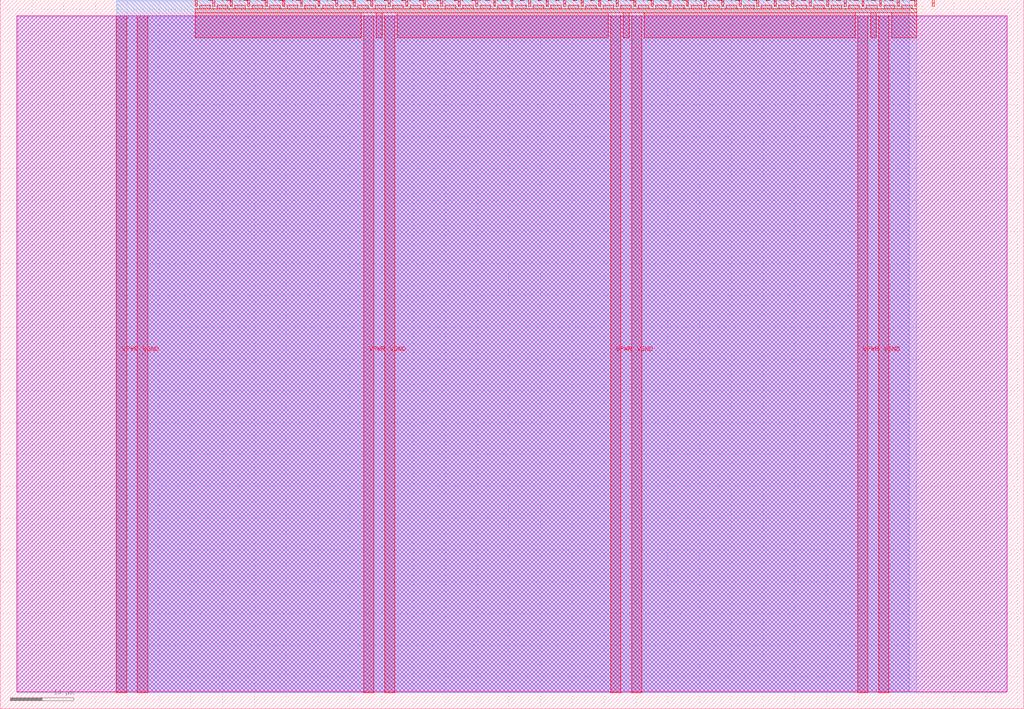
<source format=lef>
VERSION 5.7 ;
  NOWIREEXTENSIONATPIN ON ;
  DIVIDERCHAR "/" ;
  BUSBITCHARS "[]" ;
MACRO tt_um_wokwi_442977456053457921
  CLASS BLOCK ;
  FOREIGN tt_um_wokwi_442977456053457921 ;
  ORIGIN 0.000 0.000 ;
  SIZE 161.000 BY 111.520 ;
  PIN VGND
    DIRECTION INOUT ;
    USE GROUND ;
    PORT
      LAYER met4 ;
        RECT 21.580 2.480 23.180 109.040 ;
    END
    PORT
      LAYER met4 ;
        RECT 60.450 2.480 62.050 109.040 ;
    END
    PORT
      LAYER met4 ;
        RECT 99.320 2.480 100.920 109.040 ;
    END
    PORT
      LAYER met4 ;
        RECT 138.190 2.480 139.790 109.040 ;
    END
  END VGND
  PIN VPWR
    DIRECTION INOUT ;
    USE POWER ;
    PORT
      LAYER met4 ;
        RECT 18.280 2.480 19.880 109.040 ;
    END
    PORT
      LAYER met4 ;
        RECT 57.150 2.480 58.750 109.040 ;
    END
    PORT
      LAYER met4 ;
        RECT 96.020 2.480 97.620 109.040 ;
    END
    PORT
      LAYER met4 ;
        RECT 134.890 2.480 136.490 109.040 ;
    END
  END VPWR
  PIN clk
    DIRECTION INPUT ;
    USE SIGNAL ;
    ANTENNAGATEAREA 0.495000 ;
    PORT
      LAYER met4 ;
        RECT 143.830 110.520 144.130 111.520 ;
    END
  END clk
  PIN ena
    DIRECTION INPUT ;
    USE SIGNAL ;
    PORT
      LAYER met4 ;
        RECT 146.590 110.520 146.890 111.520 ;
    END
  END ena
  PIN rst_n
    DIRECTION INPUT ;
    USE SIGNAL ;
    ANTENNAGATEAREA 0.196500 ;
    PORT
      LAYER met4 ;
        RECT 141.070 110.520 141.370 111.520 ;
    END
  END rst_n
  PIN ui_in[0]
    DIRECTION INPUT ;
    USE SIGNAL ;
    ANTENNAGATEAREA 0.196500 ;
    PORT
      LAYER met4 ;
        RECT 138.310 110.520 138.610 111.520 ;
    END
  END ui_in[0]
  PIN ui_in[1]
    DIRECTION INPUT ;
    USE SIGNAL ;
    ANTENNAGATEAREA 0.196500 ;
    PORT
      LAYER met4 ;
        RECT 135.550 110.520 135.850 111.520 ;
    END
  END ui_in[1]
  PIN ui_in[2]
    DIRECTION INPUT ;
    USE SIGNAL ;
    ANTENNAGATEAREA 0.196500 ;
    PORT
      LAYER met4 ;
        RECT 132.790 110.520 133.090 111.520 ;
    END
  END ui_in[2]
  PIN ui_in[3]
    DIRECTION INPUT ;
    USE SIGNAL ;
    ANTENNAGATEAREA 0.196500 ;
    PORT
      LAYER met4 ;
        RECT 130.030 110.520 130.330 111.520 ;
    END
  END ui_in[3]
  PIN ui_in[4]
    DIRECTION INPUT ;
    USE SIGNAL ;
    ANTENNAGATEAREA 0.196500 ;
    PORT
      LAYER met4 ;
        RECT 127.270 110.520 127.570 111.520 ;
    END
  END ui_in[4]
  PIN ui_in[5]
    DIRECTION INPUT ;
    USE SIGNAL ;
    ANTENNAGATEAREA 0.196500 ;
    PORT
      LAYER met4 ;
        RECT 124.510 110.520 124.810 111.520 ;
    END
  END ui_in[5]
  PIN ui_in[6]
    DIRECTION INPUT ;
    USE SIGNAL ;
    ANTENNAGATEAREA 0.196500 ;
    PORT
      LAYER met4 ;
        RECT 121.750 110.520 122.050 111.520 ;
    END
  END ui_in[6]
  PIN ui_in[7]
    DIRECTION INPUT ;
    USE SIGNAL ;
    ANTENNAGATEAREA 0.196500 ;
    PORT
      LAYER met4 ;
        RECT 118.990 110.520 119.290 111.520 ;
    END
  END ui_in[7]
  PIN uio_in[0]
    DIRECTION INPUT ;
    USE SIGNAL ;
    PORT
      LAYER met4 ;
        RECT 116.230 110.520 116.530 111.520 ;
    END
  END uio_in[0]
  PIN uio_in[1]
    DIRECTION INPUT ;
    USE SIGNAL ;
    PORT
      LAYER met4 ;
        RECT 113.470 110.520 113.770 111.520 ;
    END
  END uio_in[1]
  PIN uio_in[2]
    DIRECTION INPUT ;
    USE SIGNAL ;
    PORT
      LAYER met4 ;
        RECT 110.710 110.520 111.010 111.520 ;
    END
  END uio_in[2]
  PIN uio_in[3]
    DIRECTION INPUT ;
    USE SIGNAL ;
    PORT
      LAYER met4 ;
        RECT 107.950 110.520 108.250 111.520 ;
    END
  END uio_in[3]
  PIN uio_in[4]
    DIRECTION INPUT ;
    USE SIGNAL ;
    PORT
      LAYER met4 ;
        RECT 105.190 110.520 105.490 111.520 ;
    END
  END uio_in[4]
  PIN uio_in[5]
    DIRECTION INPUT ;
    USE SIGNAL ;
    PORT
      LAYER met4 ;
        RECT 102.430 110.520 102.730 111.520 ;
    END
  END uio_in[5]
  PIN uio_in[6]
    DIRECTION INPUT ;
    USE SIGNAL ;
    PORT
      LAYER met4 ;
        RECT 99.670 110.520 99.970 111.520 ;
    END
  END uio_in[6]
  PIN uio_in[7]
    DIRECTION INPUT ;
    USE SIGNAL ;
    PORT
      LAYER met4 ;
        RECT 96.910 110.520 97.210 111.520 ;
    END
  END uio_in[7]
  PIN uio_oe[0]
    DIRECTION OUTPUT ;
    USE SIGNAL ;
    PORT
      LAYER met4 ;
        RECT 49.990 110.520 50.290 111.520 ;
    END
  END uio_oe[0]
  PIN uio_oe[1]
    DIRECTION OUTPUT ;
    USE SIGNAL ;
    PORT
      LAYER met4 ;
        RECT 47.230 110.520 47.530 111.520 ;
    END
  END uio_oe[1]
  PIN uio_oe[2]
    DIRECTION OUTPUT ;
    USE SIGNAL ;
    PORT
      LAYER met4 ;
        RECT 44.470 110.520 44.770 111.520 ;
    END
  END uio_oe[2]
  PIN uio_oe[3]
    DIRECTION OUTPUT ;
    USE SIGNAL ;
    PORT
      LAYER met4 ;
        RECT 41.710 110.520 42.010 111.520 ;
    END
  END uio_oe[3]
  PIN uio_oe[4]
    DIRECTION OUTPUT ;
    USE SIGNAL ;
    PORT
      LAYER met4 ;
        RECT 38.950 110.520 39.250 111.520 ;
    END
  END uio_oe[4]
  PIN uio_oe[5]
    DIRECTION OUTPUT ;
    USE SIGNAL ;
    PORT
      LAYER met4 ;
        RECT 36.190 110.520 36.490 111.520 ;
    END
  END uio_oe[5]
  PIN uio_oe[6]
    DIRECTION OUTPUT ;
    USE SIGNAL ;
    PORT
      LAYER met4 ;
        RECT 33.430 110.520 33.730 111.520 ;
    END
  END uio_oe[6]
  PIN uio_oe[7]
    DIRECTION OUTPUT ;
    USE SIGNAL ;
    PORT
      LAYER met4 ;
        RECT 30.670 110.520 30.970 111.520 ;
    END
  END uio_oe[7]
  PIN uio_out[0]
    DIRECTION OUTPUT ;
    USE SIGNAL ;
    PORT
      LAYER met4 ;
        RECT 72.070 110.520 72.370 111.520 ;
    END
  END uio_out[0]
  PIN uio_out[1]
    DIRECTION OUTPUT ;
    USE SIGNAL ;
    PORT
      LAYER met4 ;
        RECT 69.310 110.520 69.610 111.520 ;
    END
  END uio_out[1]
  PIN uio_out[2]
    DIRECTION OUTPUT ;
    USE SIGNAL ;
    PORT
      LAYER met4 ;
        RECT 66.550 110.520 66.850 111.520 ;
    END
  END uio_out[2]
  PIN uio_out[3]
    DIRECTION OUTPUT ;
    USE SIGNAL ;
    PORT
      LAYER met4 ;
        RECT 63.790 110.520 64.090 111.520 ;
    END
  END uio_out[3]
  PIN uio_out[4]
    DIRECTION OUTPUT ;
    USE SIGNAL ;
    PORT
      LAYER met4 ;
        RECT 61.030 110.520 61.330 111.520 ;
    END
  END uio_out[4]
  PIN uio_out[5]
    DIRECTION OUTPUT ;
    USE SIGNAL ;
    PORT
      LAYER met4 ;
        RECT 58.270 110.520 58.570 111.520 ;
    END
  END uio_out[5]
  PIN uio_out[6]
    DIRECTION OUTPUT ;
    USE SIGNAL ;
    PORT
      LAYER met4 ;
        RECT 55.510 110.520 55.810 111.520 ;
    END
  END uio_out[6]
  PIN uio_out[7]
    DIRECTION OUTPUT ;
    USE SIGNAL ;
    PORT
      LAYER met4 ;
        RECT 52.750 110.520 53.050 111.520 ;
    END
  END uio_out[7]
  PIN uo_out[0]
    DIRECTION OUTPUT ;
    USE SIGNAL ;
    ANTENNADIFFAREA 0.445500 ;
    PORT
      LAYER met4 ;
        RECT 94.150 110.520 94.450 111.520 ;
    END
  END uo_out[0]
  PIN uo_out[1]
    DIRECTION OUTPUT ;
    USE SIGNAL ;
    ANTENNADIFFAREA 0.445500 ;
    PORT
      LAYER met4 ;
        RECT 91.390 110.520 91.690 111.520 ;
    END
  END uo_out[1]
  PIN uo_out[2]
    DIRECTION OUTPUT ;
    USE SIGNAL ;
    ANTENNADIFFAREA 0.445500 ;
    PORT
      LAYER met4 ;
        RECT 88.630 110.520 88.930 111.520 ;
    END
  END uo_out[2]
  PIN uo_out[3]
    DIRECTION OUTPUT ;
    USE SIGNAL ;
    ANTENNADIFFAREA 0.445500 ;
    PORT
      LAYER met4 ;
        RECT 85.870 110.520 86.170 111.520 ;
    END
  END uo_out[3]
  PIN uo_out[4]
    DIRECTION OUTPUT ;
    USE SIGNAL ;
    ANTENNADIFFAREA 0.445500 ;
    PORT
      LAYER met4 ;
        RECT 83.110 110.520 83.410 111.520 ;
    END
  END uo_out[4]
  PIN uo_out[5]
    DIRECTION OUTPUT ;
    USE SIGNAL ;
    ANTENNADIFFAREA 0.445500 ;
    PORT
      LAYER met4 ;
        RECT 80.350 110.520 80.650 111.520 ;
    END
  END uo_out[5]
  PIN uo_out[6]
    DIRECTION OUTPUT ;
    USE SIGNAL ;
    ANTENNADIFFAREA 0.445500 ;
    PORT
      LAYER met4 ;
        RECT 77.590 110.520 77.890 111.520 ;
    END
  END uo_out[6]
  PIN uo_out[7]
    DIRECTION OUTPUT ;
    USE SIGNAL ;
    ANTENNADIFFAREA 0.445500 ;
    PORT
      LAYER met4 ;
        RECT 74.830 110.520 75.130 111.520 ;
    END
  END uo_out[7]
  OBS
      LAYER nwell ;
        RECT 2.570 2.635 158.430 108.990 ;
      LAYER li1 ;
        RECT 2.760 2.635 158.240 108.885 ;
      LAYER met1 ;
        RECT 2.760 2.480 158.240 109.040 ;
      LAYER met2 ;
        RECT 18.310 2.535 142.970 111.365 ;
      LAYER met3 ;
        RECT 18.290 2.555 144.170 111.345 ;
      LAYER met4 ;
        RECT 31.370 110.120 33.030 110.665 ;
        RECT 34.130 110.120 35.790 110.665 ;
        RECT 36.890 110.120 38.550 110.665 ;
        RECT 39.650 110.120 41.310 110.665 ;
        RECT 42.410 110.120 44.070 110.665 ;
        RECT 45.170 110.120 46.830 110.665 ;
        RECT 47.930 110.120 49.590 110.665 ;
        RECT 50.690 110.120 52.350 110.665 ;
        RECT 53.450 110.120 55.110 110.665 ;
        RECT 56.210 110.120 57.870 110.665 ;
        RECT 58.970 110.120 60.630 110.665 ;
        RECT 61.730 110.120 63.390 110.665 ;
        RECT 64.490 110.120 66.150 110.665 ;
        RECT 67.250 110.120 68.910 110.665 ;
        RECT 70.010 110.120 71.670 110.665 ;
        RECT 72.770 110.120 74.430 110.665 ;
        RECT 75.530 110.120 77.190 110.665 ;
        RECT 78.290 110.120 79.950 110.665 ;
        RECT 81.050 110.120 82.710 110.665 ;
        RECT 83.810 110.120 85.470 110.665 ;
        RECT 86.570 110.120 88.230 110.665 ;
        RECT 89.330 110.120 90.990 110.665 ;
        RECT 92.090 110.120 93.750 110.665 ;
        RECT 94.850 110.120 96.510 110.665 ;
        RECT 97.610 110.120 99.270 110.665 ;
        RECT 100.370 110.120 102.030 110.665 ;
        RECT 103.130 110.120 104.790 110.665 ;
        RECT 105.890 110.120 107.550 110.665 ;
        RECT 108.650 110.120 110.310 110.665 ;
        RECT 111.410 110.120 113.070 110.665 ;
        RECT 114.170 110.120 115.830 110.665 ;
        RECT 116.930 110.120 118.590 110.665 ;
        RECT 119.690 110.120 121.350 110.665 ;
        RECT 122.450 110.120 124.110 110.665 ;
        RECT 125.210 110.120 126.870 110.665 ;
        RECT 127.970 110.120 129.630 110.665 ;
        RECT 130.730 110.120 132.390 110.665 ;
        RECT 133.490 110.120 135.150 110.665 ;
        RECT 136.250 110.120 137.910 110.665 ;
        RECT 139.010 110.120 140.670 110.665 ;
        RECT 141.770 110.120 143.430 110.665 ;
        RECT 30.655 109.440 144.145 110.120 ;
        RECT 30.655 105.575 56.750 109.440 ;
        RECT 59.150 105.575 60.050 109.440 ;
        RECT 62.450 105.575 95.620 109.440 ;
        RECT 98.020 105.575 98.920 109.440 ;
        RECT 101.320 105.575 134.490 109.440 ;
        RECT 136.890 105.575 137.790 109.440 ;
        RECT 140.190 105.575 144.145 109.440 ;
  END
END tt_um_wokwi_442977456053457921
END LIBRARY


</source>
